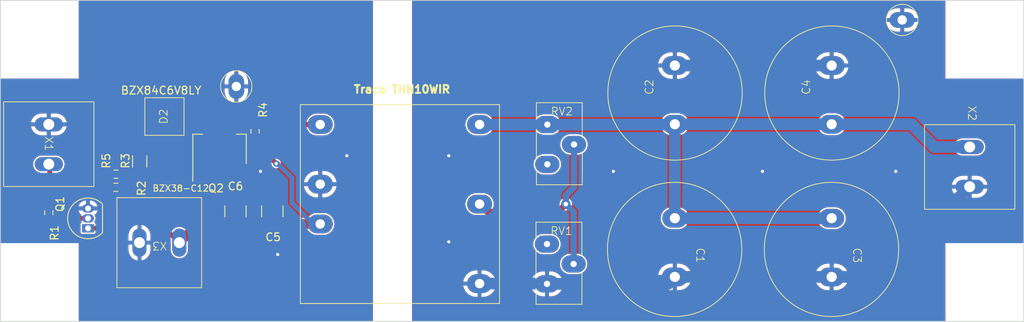
<source format=kicad_pcb>
(kicad_pcb (version 20221018) (generator pcbnew)
  (layers (0 "F.Cu" signal) (31 "B.Cu" signal) (34 "B.Paste" user) (35 "F.Paste" user) (36 "B.SilkS" user "B.Silkscreen") (37 "F.SilkS" user "F.Silkscreen") (38 "B.Mask" user) (39 "F.Mask" user) (44 "Edge.Cuts" user))
  (net 0 "")
  (net 1 "GND")
  (net 2 "Net-(D1-K)")
  (net 3 "Net-(D2-K)")
  (net 4 "Net-(Q1-C)")
  (net 5 "Net-(Q1-B)")
  (net 6 "Net-(THN10WIR1-Trim)")
  (net 7 "Net-(THN10WIR1-Vout+)")
  (net 8 "/GND2")
  (net 11 "Net-(THN10WIR1-Vin+(Vcc))")
  (net 12 "Net-(X1-Input)")
  (footprint "680uF_Capacitance_Footprint:680uF_Capacitance_Footprint" (layer "F.Cu") (at 223.505 105.82 -90)
    (fp_text reference "C3" (at 4.75 -3.25 -90 unlocked) (layer "F.SilkS") (effects (font (thickness 0.1))))
    (fp_text value "680uF")
    (fp_circle (center 3.9878 0.0254) (end 5.7658 8.4074) (stroke (width 0.1)) (fill none) (layer "F.SilkS"))
    (pad "1" thru_hole oval (at 0 0 270) (size 2.4 3.2) (drill 1.3) (layers "*.Cu" "*.Mask") (net 7 "Net-(THN10WIR1-Vout+)"))
    (pad "2" thru_hole oval (at 7.5 0 270) (size 2.4 3.3) (drill 1.3) (layers "*.Cu" "*.Mask") (net 8 "/GND2"))
  )
  (footprint "Package_TO_SOT_THT:TO-92_Inline" (layer "F.Cu") (at 128.675 107.11 90)
    (fp_text reference "Q1" (at 3.1 -3.56 90) (layer "F.SilkS"))
    (fp_text value "BC547")
    (fp_line (start -0.53 1.85) (end 3.07 1.85) (stroke (width 0.12)) (layer "F.SilkS"))
    (fp_arc (start -0.568478 1.838478) (mid -1.132087 -0.994977) (end 1.27 -2.6) (stroke (width 0.12)) (layer "F.SilkS"))
    (fp_arc (start 1.27 -2.6) (mid 3.672087 -0.994977) (end 3.108478 1.838478) (stroke (width 0.12)) (layer "F.SilkS"))
    (pad "1" thru_hole rect (at 0 0 90) (size 1.05 1.5) (drill 0.75) (layers "*.Cu" "*.Mask") (net 4 "Net-(Q1-C)"))
    (pad "2" thru_hole oval (at 1.27 0 90) (size 1.05 1.5) (drill 0.75) (layers "*.Cu" "*.Mask") (net 5 "Net-(Q1-B)"))
    (pad "3" thru_hole oval (at 2.54 0 90) (size 1.05 1.5) (drill 0.75) (layers "*.Cu" "*.Mask") (net 1 "GND"))
  )
  (footprint "AKL073_02:Screw-terminal" (layer "F.Cu") (at 137.775 108.94 180)
    (fp_text reference "X3" (at -0.04 -0.4 180 unlocked) (layer "F.SilkS") (effects (font (thickness 0.1))))
    (fp_text value "AKL073-2" hide)
    (fp_rect (start -5.39 -5.76) (end 5.42 5.75) (stroke (width 0.1)) (fill none) (layer "F.SilkS"))
    (pad "1" thru_hole oval (at -2.54 0 180) (size 1.8 3.6) (drill 1.4) (layers "*.Cu" "*.Mask") (net 11 "Net-(THN10WIR1-Vin+(Vcc))"))
    (pad "2" thru_hole oval (at 2.54 0 180) (size 1.8 3.6) (drill 1.4) (layers "*.Cu" "*.Mask") (net 1 "GND"))
  )
  (footprint "Potentiometer:64Y-100k" (layer "F.Cu") (at 188.9476 93.8598)
    (fp_text reference "RV2" (at 0.1524 -1.6764 unlocked) (layer "F.SilkS") (effects (font (thickness 0.1))))
    (fp_text value "R_Potentiometer")
    (fp_line (start -3.1 -2.794) (end -3.1 -0.64) (stroke (width 0.1)) (layer "F.SilkS"))
    (fp_line (start -3.1 0.6) (end -3.1 4.43) (stroke (width 0.1)) (layer "F.SilkS"))
    (fp_line (start -3.09 5.7) (end -3.09 7.69) (stroke (width 0.1)) (layer "F.SilkS"))
    (fp_line (start 2.7432 -2.794) (end -3.1 -2.794) (stroke (width 0.1)) (layer "F.SilkS"))
    (fp_line (start 2.75 -2.797) (end 2.75 -0.643) (stroke (width 0.1)) (layer "F.SilkS"))
    (fp_line (start 2.75 -0.643) (end 2.75 1.55) (stroke (width 0.1)) (layer "F.SilkS"))
    (fp_line (start 2.75 7.69) (end -3.11 7.69) (stroke (width 0.1)) (layer "F.SilkS"))
    (fp_line (start 2.76 3.51) (end 2.76 5.664) (stroke (width 0.1)) (layer "F.SilkS"))
    (fp_line (start 2.76 5.664) (end 2.75 7.69) (stroke (width 0.1)) (layer "F.SilkS"))
    (pad "1" thru_hole oval (at -1.7 0 270) (size 2.2 3.1) (drill 0.8) (layers "*.Cu" "*.Mask") (net 7 "Net-(THN10WIR1-Vout+)"))
    (pad "2" thru_hole oval (at 1.7 2.54 270) (size 2.2 3.1) (drill 0.8) (layers "*.Cu" "*.Mask") (net 6 "Net-(THN10WIR1-Trim)"))
    (pad "3" thru_hole oval (at -1.7018 5.08 270) (size 2.2 3.1) (drill 0.8) (layers "*.Cu" "*.Mask"))
  )
  (footprint "680uF_Capacitance_Footprint:680uF_Capacitance_Footprint" (layer "F.Cu") (at 223.505 93.82 90)
    (fp_text reference "C4" (at 4.75 -3.25 90 unlocked) (layer "F.SilkS") (effects (font (thickness 0.1))))
    (fp_text value "680uF")
    (fp_circle (center 3.9878 0.0254) (end 5.7658 8.4074) (stroke (width 0.1)) (fill none) (layer "F.SilkS"))
    (pad "1" thru_hole oval (at 0 0 90) (size 2.4 3.2) (drill 1.3) (layers "*.Cu" "*.Mask") (net 7 "Net-(THN10WIR1-Vout+)"))
    (pad "2" thru_hole oval (at 7.5 0 90) (size 2.4 3.3) (drill 1.3) (layers "*.Cu" "*.Mask") (net 8 "/GND2"))
  )
  (footprint "Resistor_SMD:R_0603_1608Metric_Pad0.98x0.95mm_HandSolder" (layer "F.Cu") (at 123.675 105.11 -90)
    (fp_text reference "R1" (at 2.6 -0.73 90) (layer "F.SilkS"))
    (fp_text value "5.1K")
    (fp_line (start -0.254724 -0.5225) (end 0.254724 -0.5225) (stroke (width 0.12)) (layer "F.SilkS"))
    (fp_line (start -0.254724 0.5225) (end 0.254724 0.5225) (stroke (width 0.12)) (layer "F.SilkS"))
    (pad "1" smd roundrect (at -0.9125 0 270) (size 0.975 0.95) (layers "F.Cu" "F.Paste" "F.Mask") (net 12 "Net-(X1-Input)"))
    (pad "2" smd roundrect (at 0.9125 0 270) (size 0.975 0.95) (layers "F.Cu" "F.Paste" "F.Mask") (net 5 "Net-(Q1-B)"))
  )
  (footprint "Resistor_SMD:R_0603_1608Metric_Pad0.98x0.95mm_HandSolder" (layer "F.Cu") (at 132.225 101.87 180)
    (fp_text reference "R2" (at -3.275 -0.13 90) (layer "F.SilkS"))
    (fp_text value "22k")
    (fp_line (start -0.254724 -0.5225) (end 0.254724 -0.5225) (stroke (width 0.12)) (layer "F.SilkS"))
    (fp_line (start -0.254724 0.5225) (end 0.254724 0.5225) (stroke (width 0.12)) (layer "F.SilkS"))
    (pad "1" smd roundrect (at -0.9125 0 180) (size 0.975 0.95) (layers "F.Cu" "F.Paste" "F.Mask") (net 11 "Net-(THN10WIR1-Vin+(Vcc))"))
    (pad "2" smd roundrect (at 0.9125 0 180) (size 0.975 0.95) (layers "F.Cu" "F.Paste" "F.Mask") (net 4 "Net-(Q1-C)"))
  )
  (footprint "Traco_dc_dc:Traco_dc_dc_converter_footprint" (layer "F.Cu") (at 170.453 113.6464)
    (fp_text reference "THN10WIR1" hide)
    (fp_text value "~" hide)
    (fp_text user "Traco THN10WIR" (at -8 -23.7 unlocked) (layer "F.SilkS") (effects (font (thickness 0.25) bold) (justify left bottom)))
    (fp_line (start -14.7066 -22.3334) (end -14.7066 3.0666) (stroke (width 0.1)) (layer "F.SilkS"))
    (fp_line (start -14.7066 3.0666) (end 10.6934 3.0666) (stroke (width 0.1)) (layer "F.SilkS"))
    (fp_line (start 10.6934 -22.3334) (end -14.7066 -22.3334) (stroke (width 0.1)) (layer "F.SilkS"))
    (fp_line (start 10.6934 3.0666) (end 10.6934 -22.3334) (stroke (width 0.1)) (layer "F.SilkS"))
    (pad "1" thru_hole oval (at -12.1666 -7.0934 90) (size 2.4 3.2) (drill 1.2) (layers "*.Cu" "*.Mask") (net 11 "Net-(THN10WIR1-Vin+(Vcc))"))
    (pad "2" thru_hole oval (at -12.1666 -12.1734 90) (size 2.4 3.2) (drill 1.2) (layers "*.Cu" "*.Mask") (net 1 "GND"))
    (pad "3" thru_hole oval (at -12.1666 -19.7934 90) (size 2.4 3.2) (drill 1.2) (layers "*.Cu" "*.Mask") (net 3 "Net-(D2-K)"))
    (pad "4" thru_hole oval (at 8.1534 -19.7934 90) (size 2.4 3.2) (drill 1.2) (layers "*.Cu" "*.Mask") (net 7 "Net-(THN10WIR1-Vout+)"))
    (pad "5" thru_hole oval (at 8.1534 -9.6334 90) (size 2.4 3.2) (drill 1.2) (layers "*.Cu" "*.Mask") (net 6 "Net-(THN10WIR1-Trim)"))
    (pad "6" thru_hole oval (at 8.1534 0.5266 90) (size 2.4 3.2) (drill 1.2) (layers "*.Cu" "*.Mask") (net 8 "/GND2"))
  )
  (footprint "BZX384-C12:Zenerdiode" (layer "F.Cu") (at 138.725 98.81 90)
    (fp_text reference "D1")
    (fp_text value "BZX384-C12" hide)
    (fp_text user "BZX38-C12" (at -3.19 1.775 unlocked) (layer "F.SilkS") (effects (font (size 0.8 0.8) (thickness 0.125))))
    (pad "1" smd roundrect (at -1.45 0 90) (size 1.5 1.2) (layers "F.Cu" "F.Paste" "F.Mask") (net 2 "Net-(D1-K)"))
    (pad "2" smd roundrect (at 1.45 0 90) (size 1.5 1.2) (layers "F.Cu" "F.Paste" "F.Mask") (net 1 "GND"))
  )
  (footprint "680uF_Capacitance_Footprint:680uF_Capacitance_Footprint" (layer "F.Cu") (at 203.505 105.82 -90)
    (fp_text reference "C1" (at 4.75 -3.25 -90 unlocked) (layer "F.SilkS") (effects (font (thickness 0.1))))
    (fp_text value "680uF")
    (fp_circle (center 3.9878 0.0254) (end 5.7658 8.4074) (stroke (width 0.1)) (fill none) (layer "F.SilkS"))
    (pad "1" thru_hole oval (at 0 0 270) (size 2.4 3.2) (drill 1.3) (layers "*.Cu" "*.Mask") (net 7 "Net-(THN10WIR1-Vout+)"))
    (pad "2" thru_hole oval (at 7.5 0 270) (size 2.4 3.3) (drill 1.3) (layers "*.Cu" "*.Mask") (net 8 "/GND2"))
  )
  (footprint "Resistor_SMD:R_1206_3216Metric_Pad1.30x1.75mm_HandSolder" (layer "F.Cu") (at 135.265 98.57 90)
    (fp_text reference "R3" (at 0.07 -1.813 90) (layer "F.SilkS"))
    (fp_text value "100k")
    (fp_line (start -0.727064 -0.91) (end 0.727064 -0.91) (stroke (width 0.12)) (layer "F.SilkS"))
    (fp_line (start -0.727064 0.91) (end 0.727064 0.91) (stroke (width 0.12)) (layer "F.SilkS"))
    (pad "1" smd roundrect (at -1.55 0 90) (size 1.3 1.75) (layers "F.Cu" "F.Paste" "F.Mask") (roundrect_rratio 0.192308) (net 2 "Net-(D1-K)"))
    (pad "2" smd roundrect (at 1.55 0 90) (size 1.3 1.75) (layers "F.Cu" "F.Paste" "F.Mask") (roundrect_rratio 0.192308) (net 1 "GND"))
  )
  (footprint "soldernail-RTML:Soldernail" (layer "F.Cu") (at 232.5 80.5 90)
    (fp_text reference "U1" hide)
    (fp_text value "~" hide)
    (fp_circle (center 0 0) (end 2 0) (stroke (width 0.1)) (fill none) (layer "F.SilkS"))
    (pad "1" thru_hole oval (at 0 0 90) (size 2 3.2) (drill 1.2) (layers "*.Cu" "*.Mask") (net 8 "/GND2"))
  )
  (footprint "MountingHole:MountingHole_3.5mm" (layer "F.Cu") (at 122.5 114)
    (fp_text reference "REF**" hide)
    (fp_text value "MountingHole_3.5mm" hide)
    (pad "" np_thru_hole circle (at 0 0) (size 3.5 3.5) (drill 3.5) (layers "*.Cu" "*.Mask"))
  )
  (footprint "MountingHole:MountingHole_3.5mm" (layer "F.Cu") (at 122.5 83)
    (fp_text reference "REF**" hide)
    (fp_text value "MountingHole_3.5mm" hide)
    (pad "" np_thru_hole circle (at 0 0) (size 3.5 3.5) (drill 3.5) (layers "*.Cu" "*.Mask"))
  )
  (footprint "AKL073_02:Screw-terminal" (layer "F.Cu") (at 123.675 96.38 90)
    (fp_text reference "X1" (at 0.08 0 270 unlocked) (layer "F.SilkS") (effects (font (thickness 0.1))))
    (fp_text value "AKL073-2" hide)
    (fp_rect (start -5.39 -5.76) (end 5.42 5.75) (stroke (width 0.1)) (fill none) (layer "F.SilkS"))
    (pad "1" thru_hole oval (at -2.54 0 90) (size 1.8 3.6) (drill 1.4) (layers "*.Cu" "*.Mask") (net 12 "Net-(X1-Input)"))
    (pad "2" thru_hole oval (at 2.54 0 90) (size 1.8 3.6) (drill 1.4) (layers "*.Cu" "*.Mask") (net 1 "GND"))
  )
  (footprint "Resistor_SMD:R_0603_1608Metric_Pad0.98x0.95mm_HandSolder" (layer "F.Cu") (at 132.235 100.2)
    (fp_text reference "R5" (at -1.235 -1.7 90) (layer "F.SilkS"))
    (fp_text value "1K")
    (fp_line (start -0.254724 -0.5225) (end 0.254724 -0.5225) (stroke (width 0.12)) (layer "F.SilkS"))
    (fp_line (start -0.254724 0.5225) (end 0.254724 0.5225) (stroke (width 0.12)) (layer "F.SilkS"))
    (pad "1" smd roundrect (at -0.9125 0) (size 0.975 0.95) (layers "F.Cu" "F.Paste" "F.Mask") (net 4 "Net-(Q1-C)"))
    (pad "2" smd roundrect (at 0.9125 0) (size 0.975 0.95) (layers "F.Cu" "F.Paste" "F.Mask") (net 2 "Net-(D1-K)"))
  )
  (footprint "MountingHole:MountingHole_3.5mm" (layer "F.Cu") (at 243 83)
    (fp_text reference "REF**" hide)
    (fp_text value "MountingHole_3.5mm" hide)
    (pad "" np_thru_hole circle (at 0 0) (size 3.5 3.5) (drill 3.5) (layers "*.Cu" "*.Mask"))
  )
  (footprint "Capacitor_SMD:C_1210_3225Metric_Pad1.33x2.70mm_HandSolder" (layer "F.Cu") (at 152.175 104.94 90)
    (fp_text reference "C5" (at -3.3 0.1) (layer "F.SilkS"))
    (fp_text value "100nF")
    (fp_line (start -0.711252 -1.36) (end 0.711252 -1.36) (stroke (width 0.12)) (layer "F.SilkS"))
    (fp_line (start -0.711252 1.36) (end 0.711252 1.36) (stroke (width 0.12)) (layer "F.SilkS"))
    (pad "1" smd roundrect (at -1.5625 0 90) (size 1.325 2.7) (layers "F.Cu" "F.Paste" "F.Mask") (roundrect_rratio 0.188679) (net 11 "Net-(THN10WIR1-Vin+(Vcc))"))
    (pad "2" smd roundrect (at 1.5625 0 90) (size 1.325 2.7) (layers "F.Cu" "F.Paste" "F.Mask") (roundrect_rratio 0.188679) (net 1 "GND"))
  )
  (footprint "Capacitor_SMD:C_1210_3225Metric_Pad1.33x2.70mm_HandSolder" (layer "F.Cu") (at 147.475 104.94 90)
    (fp_text reference "C6" (at 3.2 0) (layer "F.SilkS"))
    (fp_text value "10uF")
    (fp_line (start -0.711252 -1.36) (end 0.711252 -1.36) (stroke (width 0.12)) (layer "F.SilkS"))
    (fp_line (start -0.711252 1.36) (end 0.711252 1.36) (stroke (width 0.12)) (layer "F.SilkS"))
    (pad "1" smd roundrect (at -1.5625 0 90) (size 1.325 2.7) (layers "F.Cu" "F.Paste" "F.Mask") (roundrect_rratio 0.188679) (net 11 "Net-(THN10WIR1-Vin+(Vcc))"))
    (pad "2" smd roundrect (at 1.5625 0 90) (size 1.325 2.7) (layers "F.Cu" "F.Paste" "F.Mask") (roundrect_rratio 0.188679) (net 1 "GND"))
  )
  (footprint "AKL073_02:Screw-terminal" (layer "F.Cu") (at 241.105 99.26 -90)
    (fp_text reference "X2" (at -6.84 -0.3 -90 unlocked) (layer "F.SilkS") (effects (font (thickness 0.1))))
    (fp_text value "AKL073_1")
    (fp_rect (start -5.39 -5.76) (end 5.42 5.75) (stroke (width 0.1)) (fill none) (layer "F.SilkS"))
    (pad "1" thru_hole oval (at -2.54 0 270) (size 1.8 3.6) (drill 1.4) (layers "*.Cu" "*.Mask") (net 7 "Net-(THN10WIR1-Vout+)"))
    (pad "2" thru_hole oval (at 2.54 0 270) (size 1.8 3.6) (drill 1.4) (layers "*.Cu" "*.Mask") (net 8 "/GND2"))
  )
  (footprint "Resistor_SMD:R_0603_1608Metric_Pad0.98x0.95mm_HandSolder" (layer "F.Cu") (at 149.975 94.73 90)
    (fp_text reference "R4" (at 2.73 1.025 90) (layer "F.SilkS"))
    (fp_text value "5.1K")
    (fp_line (start -0.254724 -0.5225) (end 0.254724 -0.5225) (stroke (width 0.12)) (layer "F.SilkS"))
    (fp_line (start -0.254724 0.5225) (end 0.254724 0.5225) (stroke (width 0.12)) (layer "F.SilkS"))
    (pad "1" smd roundrect (at -0.9125 0 90) (size 0.975 0.95) (layers "F.Cu" "F.Paste" "F.Mask") (net 11 "Net-(THN10WIR1-Vin+(Vcc))"))
    (pad "2" smd roundrect (at 0.9125 0 90) (size 0.975 0.95) (layers "F.Cu" "F.Paste" "F.Mask") (net 3 "Net-(D2-K)"))
  )
  (footprint "MountingHole:MountingHole_3.5mm" (layer "F.Cu") (at 243 114)
    (fp_text reference "REF**" hide)
    (fp_text value "MountingHole_3.5mm" hide)
    (pad "" np_thru_hole circle (at 0 0) (size 3.5 3.5) (drill 3.5) (layers "*.Cu" "*.Mask"))
  )
  (footprint "680uF_Capacitance_Footprint:680uF_Capacitance_Footprint" (layer "F.Cu") (at 203.505 93.82 90)
    (fp_text reference "C2" (at 4.75 -3.25 90 unlocked) (layer "F.SilkS") (effects (font (thickness 0.1))))
    (fp_text value "680uF")
    (fp_circle (center 3.9878 0.0254) (end 5.7658 8.4074) (stroke (width 0.1)) (fill none) (layer "F.SilkS"))
    (pad "1" thru_hole oval (at 0 0 90) (size 2.4 3.2) (drill 1.3) (layers "*.Cu" "*.Mask") (net 7 "Net-(THN10WIR1-Vout+)"))
    (pad "2" thru_hole oval (at 7.5 0 90) (size 2.4 3.3) (drill 1.3) (layers "*.Cu" "*.Mask") (net 8 "/GND2"))
  )
  (footprint "Potentiometer:64Y-100k" (layer "F.Cu") (at 188.9 109.125)
    (fp_text reference "RV1" (at 0.1524 -1.6764 unlocked) (layer "F.SilkS") (effects (font (thickness 0.1))))
    (fp_text value "R_Potentiometer")
    (fp_line (start -3.1 -2.794) (end -3.1 -0.64) (stroke (width 0.1)) (layer "F.SilkS"))
    (fp_line (start -3.1 0.6) (end -3.1 4.43) (stroke (width 0.1)) (layer "F.SilkS"))
    (fp_line (start -3.09 5.7) (end -3.09 7.69) (stroke (width 0.1)) (layer "F.SilkS"))
    (fp_line (start 2.7432 -2.794) (end -3.1 -2.794) (stroke (width 0.1)) (layer "F.SilkS"))
    (fp_line (start 2.75 -2.797) (end 2.75 -0.643) (stroke (width 0.1)) (layer "F.SilkS"))
    (fp_line (start 2.75 -0.643) (end 2.75 1.55) (stroke (width 0.1)) (layer "F.SilkS"))
    (fp_line (start 2.75 7.69) (end -3.11 7.69) (stroke (width 0.1)) (layer "F.SilkS"))
    (fp_line (start 2.76 3.51) (end 2.76 5.664) (stroke (width 0.1)) (layer "F.SilkS"))
    (fp_line (start 2.76 5.664) (end 2.75 7.69) (stroke (width 0.1)) (layer "F.SilkS"))
    (pad "1" thru_hole oval (at -1.7 0 270) (size 2.2 3.1) (drill 0.8) (layers "*.Cu" "*.Mask"))
    (pad "2" thru_hole oval (at 1.7 2.54 270) (size 2.2 3.1) (drill 0.8) (layers "*.Cu" "*.Mask") (net 6 "Net-(THN10WIR1-Trim)"))
    (pad "3" thru_hole oval (at -1.7018 5.08 270) (size 2.2 3.1) (drill 0.8) (layers "*.Cu" "*.Mask") (net 8 "/GND2"))
  )
  (footprint "Package_TO_SOT_SMD:SOT-223-3_TabPin2" (layer "F.Cu") (at 145.445 97 90)
    (fp_text reference "Q2" (at -5 -0.445 180) (layer "F.SilkS"))
    (fp_text value "NDT3055L")
    (fp_line (start -4.1 -3.41) (end 1.91 -3.41) (stroke (width 0.12)) (layer "F.SilkS"))
    (fp_line (start -1.85 3.41) (end 1.91 3.41) (stroke (width 0.12)) (layer "F.SilkS"))
    (fp_line (start 1.91 -3.41) (end 1.91 -2.15) (stroke (width 0.12)) (layer "F.SilkS"))
    (fp_line (start 1.91 3.41) (end 1.91 2.15) (stroke (width 0.12)) (layer "F.SilkS"))
    (pad "1" smd rect (at -3.15 -2.3 90) (size 2 1.5) (layers "F.Cu" "F.Paste" "F.Mask") (net 2 "Net-(D1-K)"))
    (pad "2" smd rect (at -3.15 0 90) (size 2 1.5) (layers "F.Cu" "F.Paste" "F.Mask") (net 3 "Net-(D2-K)"))
    (pad "2" smd rect (at 3.15 0 90) (size 2 3.8) (layers "F.Cu" "F.Paste" "F.Mask") (net 3 "Net-(D2-K)"))
    (pad "3" smd rect (at -3.15 2.3 90) (size 2 1.5) (layers "F.Cu" "F.Paste" "F.Mask") (net 1 "GND"))
  )
  (footprint "soldernail-RTML:Soldernail" (layer "F.Cu") (at 147.585 88.99)
    (fp_text reference "U2" hide)
    (fp_text value "~" hide)
    (fp_circle (center 0 0) (end 2 0) (stroke (width 0.1)) (fill none) (layer "F.SilkS"))
    (pad "1" thru_hole oval (at 0 0) (size 2 3.2) (drill 1.2) (layers "*.Cu" "*.Mask") (net 1 "GND"))
  )
  (footprint "BZX384C6BV8:Zenerdiode_6.8V" (layer "F.Cu") (at 138.415 92.83 90)
    (fp_text reference "D2" (at 0 -0.1 90 unlocked) (layer "F.SilkS") (effects (font (thickness 0.1))))
    (fp_text value "BZX84C6V8LY" (at 3.33 -0.415 unlocked) (layer "F.SilkS"))
    (fp_line (start -2.4 -2.5) (end 2.4 -2.5) (stroke (width 0.1)) (layer "F.SilkS"))
    (fp_line (start -2.4 2.5) (end -2.4 -2.5) (stroke (width 0.1)) (layer "F.SilkS"))
    (fp_line (start 2.4 -2.5) (end 2.4 2.5) (stroke (width 0.1)) (layer "F.SilkS"))
    (fp_line (start 2.4 2.5) (end -2.4 2.5) (stroke (width 0.1)) (layer "F.SilkS"))
    (pad "1" smd roundrect (at 0 1 90) (size 2.8 1.4) (layers "F.Cu" "F.Paste" "F.Mask") (net 3 "Net-(D2-K)"))
    (pad "2" smd roundrect (at -1.1 -1 90) (size 1.2 1.4) (layers "F.Cu" "F.Paste" "F.Mask") (net 1 "GND"))
    (pad "3" smd roundrect (at 1.1 -1 90) (size 1.2 1.4) (layers "F.Cu" "F.Paste" "F.Mask"))
  )
  (gr_rect (start 117.5 78) (end 248 119) (stroke (width 0.1)) (fill none) (layer "Edge.Cuts"))
  (via (at 161.675 97.84) (size 0.8) (drill 0.4) (layers "F.Cu" "B.Cu") (net 1))
  (via (at 152.86 110.45) (size 0.8) (drill 0.4) (layers "F.Cu" "B.Cu") (net 1))
  (via (at 150.675 99.84) (size 0.8) (drill 0.4) (layers "F.Cu" "B.Cu") (net 1))
  (segment (start 138.835 100.15) (end 138.725 100.26) (width 1.2) (layer "F.Cu") (net 2))
  (segment (start 135.265 100.12) (end 138.585 100.12) (width 1.2) (layer "F.Cu") (net 2))
  (segment (start 138.585 100.12) (end 138.725 100.26) (width 1.2) (layer "F.Cu") (net 2))
  (segment (start 133.1475 100.2) (end 135.185 100.2) (width 0.6) (layer "F.Cu") (net 2))
  (segment (start 143.145 100.15) (end 138.835 100.15) (width 1.2) (layer "F.Cu") (net 2))
  (segment (start 135.185 100.2) (end 135.265 100.12) (width 0.6) (layer "F.Cu") (net 2))
  (segment (start 145.445 100.15) (end 145.445 93.85) (width 1) (layer "F.Cu") (net 3))
  (segment (start 144.425 92.83) (end 145.445 93.85) (width 1.2) (layer "F.Cu") (net 3))
  (segment (start 139.415 92.83) (end 144.425 92.83) (width 1.2) (layer "F.Cu") (net 3))
  (segment (start 158.2864 93.853) (end 150.8705 93.853) (width 0.7) (layer "F.Cu") (net 3))
  (segment (start 150.835 93.8175) (end 145.4775 93.8175) (width 0.7) (layer "F.Cu") (net 3))
  (segment (start 150.0105 93.853) (end 149.975 93.8175) (width 0.7) (layer "F.Cu") (net 3))
  (segment (start 145.4775 93.8175) (end 145.445 93.85) (width 0.7) (layer "F.Cu") (net 3))
  (segment (start 130.405 107.11) (end 128.675 107.11) (width 0.6) (layer "F.Cu") (net 4))
  (segment (start 131.3125 101.87) (end 131.3125 106.2025) (width 0.6) (layer "F.Cu") (net 4))
  (segment (start 131.3125 106.2025) (end 130.405 107.11) (width 0.6) (layer "F.Cu") (net 4))
  (segment (start 131.3225 100.2) (end 131.3225 101.86) (width 0.6) (layer "F.Cu") (net 4))
  (segment (start 131.3225 101.86) (end 131.3125 101.87) (width 0.6) (layer "F.Cu") (net 4))
  (segment (start 127.675 105.84) (end 128.675 105.84) (width 0.6) (layer "F.Cu") (net 5))
  (segment (start 123.675 106.0225) (end 127.4925 106.0225) (width 0.6) (layer "F.Cu") (net 5))
  (segment (start 127.4925 106.0225) (end 127.675 105.84) (width 0.6) (layer "F.Cu") (net 5))
  (segment (start 179.5934 105) (end 188.625 105) (width 0.8) (layer "F.Cu") (net 6))
  (segment (start 178.6064 104.013) (end 179.5934 105) (width 0.8) (layer "F.Cu") (net 6))
  (segment (start 188.625 105) (end 189.605 104.02) (width 0.8) (layer "F.Cu") (net 6))
  (via (at 189.605 104.02) (size 1.2) (drill 0.6) (layers "F.Cu" "B.Cu") (net 6))
  (segment (start 190.6476 101.8524) (end 189.605 102.895) (width 0.8) (layer "B.Cu") (net 6))
  (segment (start 190.6476 96.3998) (end 190.6476 101.8524) (width 0.8) (layer "B.Cu") (net 6))
  (segment (start 189.605 104.02) (end 190.6 105.015) (width 0.8) (layer "B.Cu") (net 6))
  (segment (start 189.605 102.895) (end 189.605 104.02) (width 0.8) (layer "B.Cu") (net 6))
  (segment (start 190.6 105.015) (end 190.6 111.665) (width 0.8) (layer "B.Cu") (net 6))
  (segment (start 203.4652 93.8598) (end 203.505 93.82) (width 1.5) (layer "B.Cu") (net 7))
  (segment (start 233.705 93.82) (end 236.605 96.72) (width 1.5) (layer "B.Cu") (net 7))
  (segment (start 187.2476 93.8598) (end 203.4652 93.8598) (width 1.5) (layer "B.Cu") (net 7))
  (segment (start 178.6064 93.853) (end 187.2408 93.853) (width 1.5) (layer "B.Cu") (net 7))
  (segment (start 203.505 93.82) (end 223.505 93.82) (width 1.5) (layer "B.Cu") (net 7))
  (segment (start 223.505 93.82) (end 233.705 93.82) (width 1.5) (layer "B.Cu") (net 7))
  (segment (start 236.605 96.72) (end 241.105 96.72) (width 1.5) (layer "B.Cu") (net 7))
  (segment (start 203.505 105.82) (end 223.505 105.82) (width 1.5) (layer "B.Cu") (net 7))
  (segment (start 203.505 93.82) (end 203.505 105.82) (width 1.5) (layer "B.Cu") (net 7))
  (segment (start 187.1662 114.173) (end 187.1982 114.205) (width 0.8) (layer "F.Cu") (net 8))
  (via (at 195.675 99.84) (size 0.8) (drill 0.4) (layers "F.Cu" "B.Cu") (net 8))
  (via (at 174.675 97.84) (size 0.8) (drill 0.4) (layers "F.Cu" "B.Cu") (net 8))
  (via (at 174.675 108.84) (size 0.8) (drill 0.4) (layers "F.Cu" "B.Cu") (net 8))
  (via (at 231.675 99.84) (size 0.8) (drill 0.4) (layers "F.Cu" "B.Cu") (net 8))
  (via (at 214.675 99.84) (size 0.8) (drill 0.4) (layers "F.Cu" "B.Cu") (net 8))
  (segment (start 187.1662 114.173) (end 187.1982 114.205) (width 1.5) (layer "B.Cu") (net 8))
  (segment (start 213.255 113.32) (end 223.505 113.32) (width 1.5) (layer "B.Cu") (net 8))
  (segment (start 223.505 113.32) (end 229.585 113.32) (width 1.5) (layer "B.Cu") (net 8))
  (segment (start 187.638 114.173) (end 187.67 114.205) (width 1.5) (layer "B.Cu") (net 8))
  (segment (start 203.505 113.32) (end 213.255 113.32) (width 1.5) (layer "B.Cu") (net 8))
  (segment (start 213.305 113.37) (end 213.255 113.32) (width 0.6) (layer "B.Cu") (net 8))
  (segment (start 229.585 113.32) (end 241.105 101.8) (width 1.5) (layer "B.Cu") (net 8))
  (segment (start 187.1982 114.205) (end 202.62 114.205) (width 1.5) (layer "B.Cu") (net 8))
  (segment (start 202.62 114.205) (end 203.505 113.32) (width 1.5) (layer "B.Cu") (net 8))
  (segment (start 203.505 86.32) (end 223.505 86.32) (width 1.5) (layer "B.Cu") (net 8))
  (segment (start 178.6064 114.173) (end 187.638 114.173) (width 1.5) (layer "B.Cu") (net 8))
  (segment (start 158.2819 106.5575) (end 142.6975 106.5575) (width 1.2) (layer "F.Cu") (net 11))
  (segment (start 133.1375 101.87) (end 133.245 101.87) (width 0.6) (layer "F.Cu") (net 11))
  (segment (start 149.975 95.6425) (end 149.975 96.14) (width 0.6) (layer "F.Cu") (net 11))
  (segment (start 142.6975 106.5575) (end 140.315 108.94) (width 1.2) (layer "F.Cu") (net 11))
  (segment (start 149.975 96.14) (end 152.675 98.84) (width 0.6) (layer "F.Cu") (net 11))
  (segment (start 133.245 101.87) (end 140.315 108.94) (width 0.6) (layer "F.Cu") (net 11))
  (via (at 152.675 98.84) (size 0.8) (drill 0.4) (layers "F.Cu" "B.Cu") (net 11))
  (segment (start 157.388 106.553) (end 158.2864 106.553) (width 0.6) (layer "B.Cu") (net 11))
  (segment (start 154.675 100.665763) (end 154.675 103.84) (width 0.6) (layer "B.Cu") (net 11))
  (segment (start 154.675 103.84) (end 157.388 106.553) (width 0.6) (layer "B.Cu") (net 11))
  (segment (start 152.675 98.84) (end 152.849237 98.84) (width 0.6) (layer "B.Cu") (net 11))
  (segment (start 152.849237 98.84) (end 154.675 100.665763) (width 0.6) (layer "B.Cu") (net 11))
  (segment (start 123.7925 99.0375) (end 123.7925 104.08) (width 0.6) (layer "F.Cu") (net 12))
  (segment (start 123.675 98.92) (end 123.7925 99.0375) (width 0.6) (layer "F.Cu") (net 12))
  (segment (start 123.7925 104.08) (end 123.675 104.1975) (width 0.6) (layer "F.Cu") (net 12))
  (zone (net 0) (net_name "") (layers "F&B.Cu") (connect_pads (clearance 0)) (min_thickness 0.25)
    (keepout (tracks allowed) (vias allowed) (pads allowed) (copperpour not_allowed) (footprints allowed))
    (fill (thermal_gap 0.5) (thermal_bridge_width 0.5))
    (polygon (pts (xy 238 78) (xy 248 78) (xy 248 88) (xy 238 88)))
  )
  (zone (net 8) (net_name "/GND2") (layers "F&B.Cu") (priority 1) (connect_pads (clearance 0)) (min_thickness 0.25) (fill yes (thermal_gap 0.5) (thermal_bridge_width 0.5))
    (polygon (pts (xy 170 78) (xy 170 119) (xy 238 119) (xy 238 109) (xy 248 109) (xy 248 88) (xy 238 88) (xy 238 78)))
  )
  (zone (net 0) (net_name "") (layers "F&B.Cu") (connect_pads (clearance 0)) (min_thickness 0.25)
    (keepout (tracks allowed) (vias allowed) (pads allowed) (copperpour not_allowed) (footprints allowed))
    (fill (thermal_gap 0.5) (thermal_bridge_width 0.5))
    (polygon (pts (xy 238 109) (xy 248 109) (xy 248 119) (xy 238 119)))
  )
  (zone (net 0) (net_name "") (layers "F&B.Cu") (connect_pads (clearance 0)) (min_thickness 0.25)
    (keepout (tracks allowed) (vias allowed) (pads allowed) (copperpour not_allowed) (footprints allowed))
    (fill (thermal_gap 0.5) (thermal_bridge_width 0.5))
    (polygon (pts (xy 117.5 109) (xy 127.5 109) (xy 127.5 119) (xy 117.5 119)))
  )
  (zone (net 0) (net_name "") (layers "F&B.Cu") (connect_pads (clearance 0)) (min_thickness 0.25)
    (keepout (tracks allowed) (vias allowed) (pads allowed) (copperpour not_allowed) (footprints allowed))
    (fill (thermal_gap 0.5) (thermal_bridge_width 0.5))
    (polygon (pts (xy 117.5 78) (xy 127.5 78) (xy 127.5 88) (xy 117.5 88)))
  )
  (zone (net 1) (net_name "GND") (layers "F&B.Cu") (connect_pads (clearance 0)) (min_thickness 0.25) (fill yes (thermal_gap 0.5) (thermal_bridge_width 0.5))
    (polygon (pts (xy 165 78) (xy 165 119) (xy 127.5 119) (xy 127.5 109) (xy 117.5 109) (xy 117.5 88) (xy 127.5 88) (xy 127.5 78)))
  )
)
</source>
